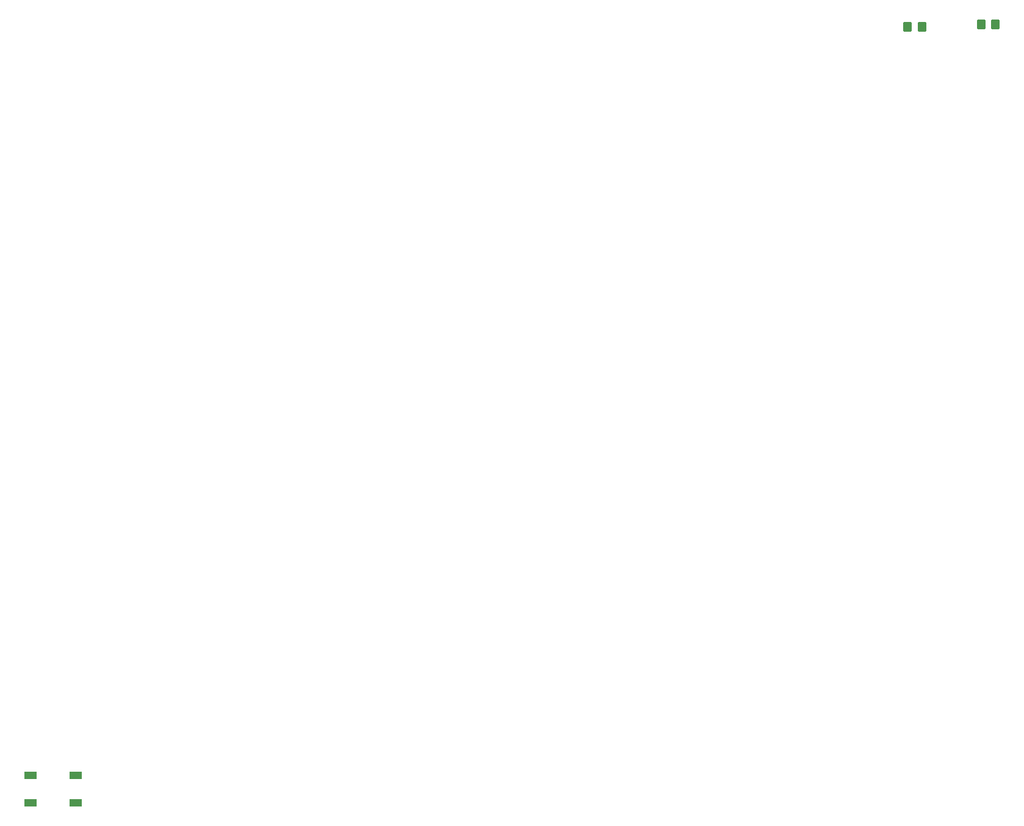
<source format=gtp>
%TF.GenerationSoftware,KiCad,Pcbnew,(6.0.6)*%
%TF.CreationDate,2023-03-05T15:32:32+02:00*%
%TF.ProjectId,UniversalTKL,556e6976-6572-4736-916c-544b4c2e6b69,rev?*%
%TF.SameCoordinates,Original*%
%TF.FileFunction,Paste,Top*%
%TF.FilePolarity,Positive*%
%FSLAX46Y46*%
G04 Gerber Fmt 4.6, Leading zero omitted, Abs format (unit mm)*
G04 Created by KiCad (PCBNEW (6.0.6)) date 2023-03-05 15:32:32*
%MOMM*%
%LPD*%
G01*
G04 APERTURE LIST*
G04 Aperture macros list*
%AMRoundRect*
0 Rectangle with rounded corners*
0 $1 Rounding radius*
0 $2 $3 $4 $5 $6 $7 $8 $9 X,Y pos of 4 corners*
0 Add a 4 corners polygon primitive as box body*
4,1,4,$2,$3,$4,$5,$6,$7,$8,$9,$2,$3,0*
0 Add four circle primitives for the rounded corners*
1,1,$1+$1,$2,$3*
1,1,$1+$1,$4,$5*
1,1,$1+$1,$6,$7*
1,1,$1+$1,$8,$9*
0 Add four rect primitives between the rounded corners*
20,1,$1+$1,$2,$3,$4,$5,0*
20,1,$1+$1,$4,$5,$6,$7,0*
20,1,$1+$1,$6,$7,$8,$9,0*
20,1,$1+$1,$8,$9,$2,$3,0*%
G04 Aperture macros list end*
%ADD10RoundRect,0.250000X0.350000X0.450000X-0.350000X0.450000X-0.350000X-0.450000X0.350000X-0.450000X0*%
%ADD11RoundRect,0.250000X-0.350000X-0.450000X0.350000X-0.450000X0.350000X0.450000X-0.350000X0.450000X0*%
%ADD12R,1.700000X1.000000*%
G04 APERTURE END LIST*
D10*
%TO.C,R_USB2*%
X323670000Y-36110000D03*
X321670000Y-36110000D03*
%TD*%
D11*
%TO.C,R_USB1*%
X311490000Y-36450000D03*
X313490000Y-36450000D03*
%TD*%
D12*
%TO.C,J1*%
X189790000Y-144130000D03*
X196090000Y-144130000D03*
X196090000Y-140330000D03*
X189790000Y-140330000D03*
%TD*%
M02*

</source>
